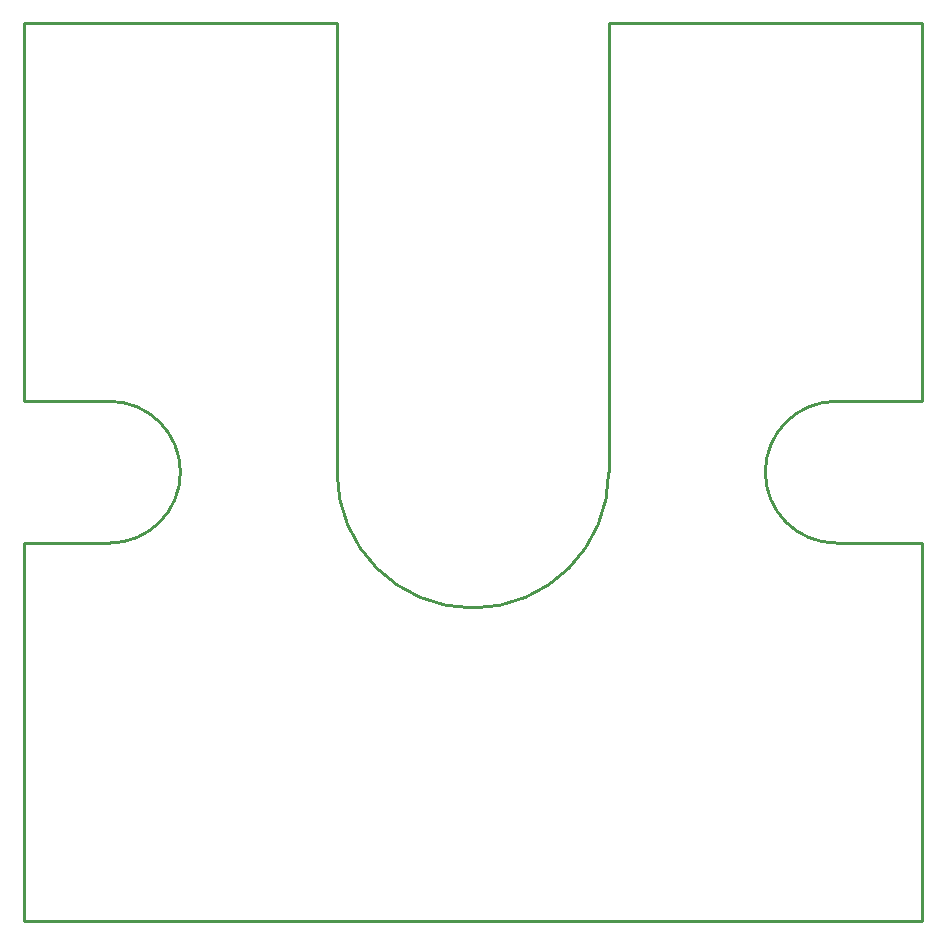
<source format=gko>
G04 Layer: BoardOutlineLayer*
G04 EasyEDA v6.5.21, 2022-10-26 23:24:46*
G04 7043a08dc792485ca80c43a16287fa54,0a3b9bc433cf4336b4e61a92af7c5883,10*
G04 Gerber Generator version 0.2*
G04 Scale: 100 percent, Rotated: No, Reflected: No *
G04 Dimensions in inches *
G04 leading zeros omitted , absolute positions ,3 integer and 6 decimal *
%FSLAX36Y36*%
%MOIN*%

%ADD10C,0.0100*%
D10*
X-1410084Y-161340D02*
G01*
X-1125122Y-161340D01*
X-1125122Y311098D02*
G01*
X-1125122Y1570940D01*
X-4117240Y311098D02*
G01*
X-4117240Y1570940D01*
X-1410084Y311098D02*
G01*
X-1125122Y311098D01*
X-2168427Y1570940D02*
G01*
X-1125122Y1570940D01*
X-2168427Y74879D02*
G01*
X-2168427Y527633D01*
X-3073937Y74879D02*
G01*
X-3073937Y527633D01*
X-3832278Y-161340D02*
G01*
X-4117240Y-161340D01*
X-3832278Y311098D02*
G01*
X-4117240Y311098D01*
X-2168427Y527633D02*
G01*
X-2168427Y1570940D01*
X-1125122Y-1421181D02*
G01*
X-1125122Y-161340D01*
X-4117240Y1570940D02*
G01*
X-3073937Y1570940D01*
X-4117240Y-1421181D02*
G01*
X-4117240Y-161340D01*
X-4117240Y-1421181D02*
G01*
X-1125122Y-1421181D01*
X-3073937Y527633D02*
G01*
X-3073937Y1570940D01*
G75*
G01*
X-3832279Y-161340D02*
G03*
X-3832279Y311100I0J236220D01*
G75*
G01*
X-1410086Y311100D02*
G03*
X-1410086Y-161340I0J-236220D01*
G75*
G01*
X-3073937Y74880D02*
G03*
X-2168427Y74880I452755J0D01*

%LPD*%
M02*

</source>
